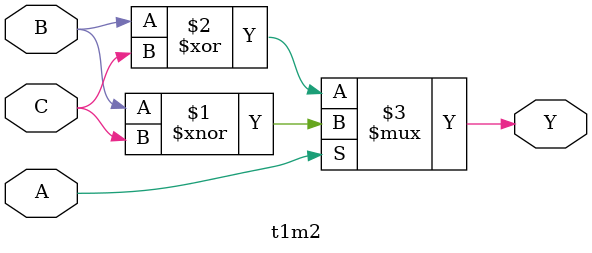
<source format=v>
module m2(output wire Y, input wire d0,d1,s);
 
  assign Y=s ? d1: d0;

endmodule 
// -----------------------------------
// Ejercicio 2 Modulo mux4_1
// -----------------------------------
module m4(output wire Y, input wire d0,d1,d2,d3,s0,s1);
 
  wire p0, p1;
  
  m2 x0(d0,d1,s0,p1);
  m2 x1(d2,d3,s1,p2);
  m2 x2(p0,p1,s1,Y);

endmodule 

// -----------------------------------
// Ejercicio 2 Modulo mux8_1
// -----------------------------------
module m8(output wire y2, input wire d0,d1,d2,d3,d4,d5,d6,d7,s0,s1,s2);
 
  wire p2, p3;
  
  m4 x3(d0,d1,d2,d3,s0,s1,p1);
  m4 x4(d4,d5,d6,d7,s0,s1,p2);
  m2 x5(p2,p3,s2,y2);
endmodule

// -----------------------------------
// Tabla 1 Modulo mux2_1
// -----------------------------------
module t1m2(input wire A, B, C, output wire Y);

	assign Y= A ?(B~^C): (B^C);
	
endmodule

</source>
